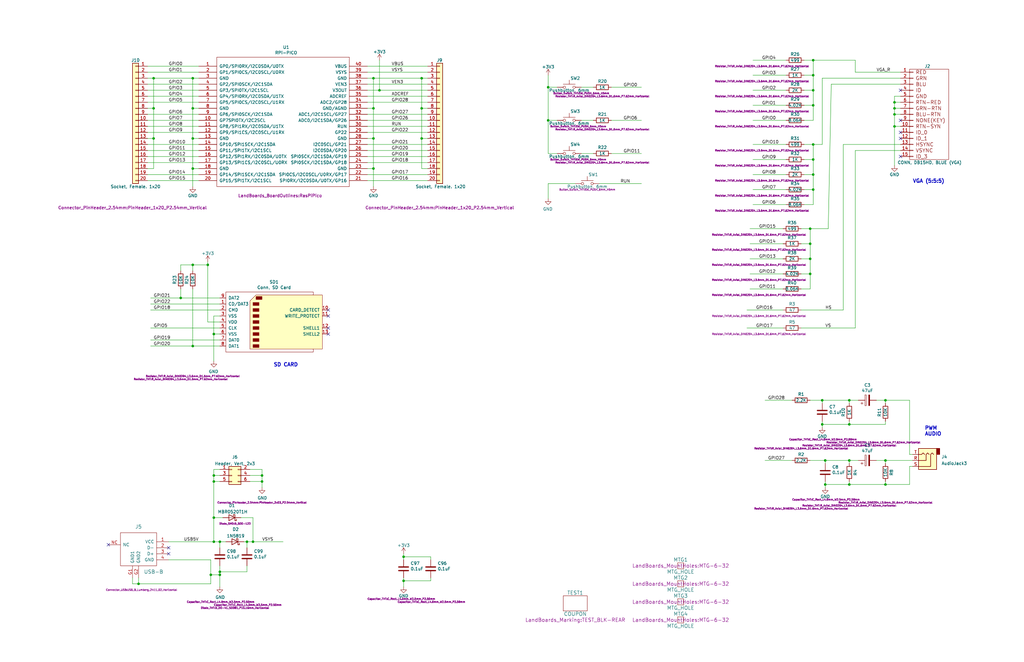
<source format=kicad_sch>
(kicad_sch (version 20211123) (generator eeschema)
  (paper "B")
  (title_block (title "PiPico_SDK") (date "2022-06-09") (rev "1") (company "land-boards.com"))
  (junction (at 81.28 111.76))
  (junction (at 64.77 58.42))
  (junction (at 76.2 125.73))
  (junction (at 92.71 241.3))
  (junction (at 346.71 168.91))
  (junction (at 342.9 67.31))
  (junction (at 347.98 194.31))
  (junction (at 342.9 38.1))
  (junction (at 358.14 194.31))
  (junction (at 81.28 58.42))
  (junction (at 81.28 146.05))
  (junction (at 92.71 228.6))
  (junction (at 81.28 33.02))
  (junction (at 88.9 242.57))
  (junction (at 341.63 96.52))
  (junction (at 373.38 168.91))
  (junction (at 177.8 45.72))
  (junction (at 342.9 73.66))
  (junction (at 342.9 31.75))
  (junction (at 377.19 45.72))
  (junction (at 106.68 228.6))
  (junction (at 358.14 168.91))
  (junction (at 90.17 140.97))
  (junction (at 358.14 204.47))
  (junction (at 81.28 71.12))
  (junction (at 177.8 58.42))
  (junction (at 157.48 33.02))
  (junction (at 347.98 204.47))
  (junction (at 90.17 218.44))
  (junction (at 160.02 38.1))
  (junction (at 64.77 45.72))
  (junction (at 64.77 33.02))
  (junction (at 157.48 71.12))
  (junction (at 346.71 179.07))
  (junction (at 104.14 228.6))
  (junction (at 377.19 53.34))
  (junction (at 377.19 48.26))
  (junction (at 358.14 179.07))
  (junction (at 341.63 109.22))
  (junction (at 341.63 115.57))
  (junction (at 231.14 36.83))
  (junction (at 373.38 194.31))
  (junction (at 110.49 200.66))
  (junction (at 342.9 44.45))
  (junction (at 231.14 50.8))
  (junction (at 341.63 102.87))
  (junction (at 177.8 33.02))
  (junction (at 81.28 45.72))
  (junction (at 342.9 25.4))
  (junction (at 58.42 246.38))
  (junction (at 90.17 228.6))
  (junction (at 170.18 234.95))
  (junction (at 90.17 200.66))
  (junction (at 110.49 203.2))
  (junction (at 342.9 60.96))
  (junction (at 92.71 242.57))
  (junction (at 90.17 203.2))
  (junction (at 157.48 45.72))
  (junction (at 373.38 204.47))
  (junction (at 377.19 43.18))
  (junction (at 170.18 245.11))
  (junction (at 87.63 111.76))
  (junction (at 342.9 80.01))
  (junction (at 157.48 58.42))
  (no_connect (at 71.12 233.68))
  (no_connect (at 71.12 231.14))
  (no_connect (at 45.72 229.87))
  (no_connect (at 138.43 133.35))
  (no_connect (at 138.43 130.81))
  (no_connect (at 138.43 140.97))
  (no_connect (at 138.43 138.43))
  (no_connect (at 379.73 58.42))
  (no_connect (at 379.73 66.04))
  (no_connect (at 379.73 50.8))
  (no_connect (at 379.73 38.1))
  (no_connect (at 379.73 55.88))
  (wire (pts (xy 90.17 198.12) (xy 92.71 198.12)))
  (wire (pts (xy 76.2 121.92) (xy 76.2 125.73)))
  (wire (pts (xy 90.17 218.44) (xy 90.17 203.2)))
  (wire (pts (xy 83.82 38.1) (xy 62.23 38.1)))
  (wire (pts (xy 83.82 58.42) (xy 81.28 58.42)))
  (wire (pts (xy 81.28 45.72) (xy 81.28 33.02)))
  (wire (pts (xy 342.9 60.96) (xy 342.9 67.31)))
  (wire (pts (xy 104.14 231.14) (xy 104.14 228.6)))
  (wire (pts (xy 81.28 33.02) (xy 83.82 33.02)))
  (wire (pts (xy 358.14 203.2) (xy 358.14 204.47)))
  (wire (pts (xy 90.17 133.35) (xy 90.17 140.97)))
  (wire (pts (xy 180.34 53.34) (xy 154.94 53.34)))
  (wire (pts (xy 87.63 111.76) (xy 81.28 111.76)))
  (wire (pts (xy 342.9 73.66) (xy 342.9 80.01)))
  (wire (pts (xy 369.57 168.91) (xy 373.38 168.91)))
  (wire (pts (xy 341.63 109.22) (xy 341.63 115.57)))
  (wire (pts (xy 331.47 86.36) (xy 317.5 86.36)))
  (wire (pts (xy 231.14 64.77) (xy 234.95 64.77)))
  (wire (pts (xy 83.82 43.18) (xy 62.23 43.18)))
  (wire (pts (xy 90.17 200.66) (xy 90.17 198.12)))
  (wire (pts (xy 63.5 128.27) (xy 92.71 128.27)))
  (wire (pts (xy 87.63 110.49) (xy 87.63 111.76)))
  (wire (pts (xy 331.47 73.66) (xy 317.5 73.66)))
  (wire (pts (xy 104.14 241.3) (xy 104.14 238.76)))
  (wire (pts (xy 373.38 168.91) (xy 383.54 168.91)))
  (wire (pts (xy 339.09 67.31) (xy 342.9 67.31)))
  (wire (pts (xy 63.5 138.43) (xy 92.71 138.43)))
  (wire (pts (xy 154.94 71.12) (xy 157.48 71.12)))
  (wire (pts (xy 245.11 50.8) (xy 250.19 50.8)))
  (wire (pts (xy 170.18 233.68) (xy 170.18 234.95)))
  (wire (pts (xy 257.81 36.83) (xy 270.51 36.83)))
  (wire (pts (xy 177.8 45.72) (xy 177.8 58.42)))
  (wire (pts (xy 180.34 63.5) (xy 154.94 63.5)))
  (wire (pts (xy 383.54 191.77) (xy 383.54 168.91)))
  (wire (pts (xy 377.19 43.18) (xy 377.19 45.72)))
  (wire (pts (xy 110.49 200.66) (xy 110.49 203.2)))
  (wire (pts (xy 252.73 77.47) (xy 270.51 77.47)))
  (wire (pts (xy 105.41 198.12) (xy 110.49 198.12)))
  (wire (pts (xy 170.18 234.95) (xy 181.61 234.95)))
  (wire (pts (xy 110.49 203.2) (xy 110.49 205.74)))
  (wire (pts (xy 341.63 102.87) (xy 341.63 109.22)))
  (wire (pts (xy 346.71 179.07) (xy 346.71 180.34)))
  (wire (pts (xy 180.34 66.04) (xy 154.94 66.04)))
  (wire (pts (xy 154.94 40.64) (xy 180.34 40.64)))
  (wire (pts (xy 58.42 246.38) (xy 88.9 246.38)))
  (wire (pts (xy 373.38 203.2) (xy 373.38 204.47)))
  (wire (pts (xy 339.09 44.45) (xy 342.9 44.45)))
  (wire (pts (xy 83.82 30.48) (xy 62.23 30.48)))
  (wire (pts (xy 358.14 177.8) (xy 358.14 179.07)))
  (wire (pts (xy 92.71 140.97) (xy 90.17 140.97)))
  (wire (pts (xy 154.94 58.42) (xy 157.48 58.42)))
  (wire (pts (xy 76.2 125.73) (xy 92.71 125.73)))
  (wire (pts (xy 83.82 76.2) (xy 62.23 76.2)))
  (wire (pts (xy 64.77 45.72) (xy 64.77 58.42)))
  (wire (pts (xy 314.96 138.43) (xy 330.2 138.43)))
  (wire (pts (xy 231.14 31.75) (xy 231.14 36.83)))
  (wire (pts (xy 64.77 45.72) (xy 62.23 45.72)))
  (wire (pts (xy 384.81 196.85) (xy 383.54 196.85)))
  (wire (pts (xy 330.2 115.57) (xy 316.23 115.57)))
  (wire (pts (xy 358.14 194.31) (xy 361.95 194.31)))
  (wire (pts (xy 231.14 77.47) (xy 231.14 83.82)))
  (wire (pts (xy 83.82 50.8) (xy 62.23 50.8)))
  (wire (pts (xy 349.25 96.52) (xy 341.63 96.52)))
  (wire (pts (xy 337.82 138.43) (xy 360.68 138.43)))
  (wire (pts (xy 377.19 45.72) (xy 377.19 48.26)))
  (wire (pts (xy 90.17 228.6) (xy 92.71 228.6)))
  (wire (pts (xy 346.71 60.96) (xy 342.9 60.96)))
  (wire (pts (xy 177.8 58.42) (xy 177.8 71.12)))
  (wire (pts (xy 83.82 55.88) (xy 62.23 55.88)))
  (wire (pts (xy 330.2 130.81) (xy 314.96 130.81)))
  (wire (pts (xy 360.68 25.4) (xy 360.68 30.48)))
  (wire (pts (xy 245.11 36.83) (xy 250.19 36.83)))
  (wire (pts (xy 92.71 241.3) (xy 104.14 241.3)))
  (wire (pts (xy 81.28 78.74) (xy 81.28 71.12)))
  (wire (pts (xy 64.77 33.02) (xy 81.28 33.02)))
  (wire (pts (xy 346.71 33.02) (xy 346.71 60.96)))
  (wire (pts (xy 177.8 33.02) (xy 180.34 33.02)))
  (wire (pts (xy 358.14 204.47) (xy 373.38 204.47)))
  (wire (pts (xy 379.73 33.02) (xy 346.71 33.02)))
  (wire (pts (xy 81.28 111.76) (xy 81.28 114.3)))
  (wire (pts (xy 88.9 242.57) (xy 92.71 242.57)))
  (wire (pts (xy 55.88 246.38) (xy 58.42 246.38)))
  (wire (pts (xy 71.12 228.6) (xy 90.17 228.6)))
  (wire (pts (xy 58.42 246.38) (xy 58.42 243.84)))
  (wire (pts (xy 157.48 33.02) (xy 177.8 33.02)))
  (wire (pts (xy 83.82 71.12) (xy 81.28 71.12)))
  (wire (pts (xy 71.12 236.22) (xy 88.9 236.22)))
  (wire (pts (xy 92.71 133.35) (xy 90.17 133.35)))
  (wire (pts (xy 231.14 36.83) (xy 231.14 50.8)))
  (wire (pts (xy 358.14 179.07) (xy 373.38 179.07)))
  (wire (pts (xy 322.58 194.31) (xy 334.01 194.31)))
  (wire (pts (xy 346.71 179.07) (xy 358.14 179.07)))
  (wire (pts (xy 105.41 200.66) (xy 110.49 200.66)))
  (wire (pts (xy 373.38 194.31) (xy 384.81 194.31)))
  (wire (pts (xy 257.81 50.8) (xy 270.51 50.8)))
  (wire (pts (xy 339.09 80.01) (xy 342.9 80.01)))
  (wire (pts (xy 331.47 44.45) (xy 317.5 44.45)))
  (wire (pts (xy 331.47 38.1) (xy 317.5 38.1)))
  (wire (pts (xy 373.38 168.91) (xy 373.38 170.18)))
  (wire (pts (xy 160.02 38.1) (xy 180.34 38.1)))
  (wire (pts (xy 83.82 66.04) (xy 62.23 66.04)))
  (wire (pts (xy 377.19 40.64) (xy 377.19 43.18)))
  (wire (pts (xy 373.38 204.47) (xy 383.54 204.47)))
  (wire (pts (xy 92.71 228.6) (xy 95.25 228.6)))
  (wire (pts (xy 322.58 168.91) (xy 334.01 168.91)))
  (wire (pts (xy 104.14 228.6) (xy 106.68 228.6)))
  (wire (pts (xy 377.19 45.72) (xy 379.73 45.72)))
  (wire (pts (xy 83.82 53.34) (xy 62.23 53.34)))
  (wire (pts (xy 377.19 53.34) (xy 379.73 53.34)))
  (wire (pts (xy 83.82 27.94) (xy 62.23 27.94)))
  (wire (pts (xy 106.68 228.6) (xy 119.38 228.6)))
  (wire (pts (xy 355.6 130.81) (xy 355.6 60.96)))
  (wire (pts (xy 106.68 218.44) (xy 101.6 218.44)))
  (wire (pts (xy 379.73 40.64) (xy 377.19 40.64)))
  (wire (pts (xy 180.34 73.66) (xy 154.94 73.66)))
  (wire (pts (xy 330.2 102.87) (xy 316.23 102.87)))
  (wire (pts (xy 160.02 38.1) (xy 160.02 25.4)))
  (wire (pts (xy 331.47 50.8) (xy 317.5 50.8)))
  (wire (pts (xy 177.8 71.12) (xy 180.34 71.12)))
  (wire (pts (xy 157.48 58.42) (xy 157.48 45.72)))
  (wire (pts (xy 245.11 64.77) (xy 250.19 64.77)))
  (wire (pts (xy 90.17 218.44) (xy 93.98 218.44)))
  (wire (pts (xy 257.81 64.77) (xy 270.51 64.77)))
  (wire (pts (xy 88.9 246.38) (xy 88.9 242.57)))
  (wire (pts (xy 170.18 243.84) (xy 170.18 245.11)))
  (wire (pts (xy 337.82 130.81) (xy 355.6 130.81)))
  (wire (pts (xy 337.82 115.57) (xy 341.63 115.57)))
  (wire (pts (xy 342.9 67.31) (xy 342.9 73.66)))
  (wire (pts (xy 347.98 195.58) (xy 347.98 194.31)))
  (wire (pts (xy 373.38 179.07) (xy 373.38 177.8)))
  (wire (pts (xy 180.34 76.2) (xy 154.94 76.2)))
  (wire (pts (xy 181.61 236.22) (xy 181.61 234.95)))
  (wire (pts (xy 83.82 60.96) (xy 62.23 60.96)))
  (wire (pts (xy 383.54 196.85) (xy 383.54 204.47)))
  (wire (pts (xy 76.2 111.76) (xy 76.2 114.3)))
  (wire (pts (xy 180.34 48.26) (xy 154.94 48.26)))
  (wire (pts (xy 231.14 77.47) (xy 242.57 77.47)))
  (wire (pts (xy 92.71 238.76) (xy 92.71 241.3)))
  (wire (pts (xy 342.9 44.45) (xy 342.9 50.8)))
  (wire (pts (xy 337.82 96.52) (xy 341.63 96.52)))
  (wire (pts (xy 83.82 35.56) (xy 62.23 35.56)))
  (wire (pts (xy 360.68 138.43) (xy 360.68 63.5)))
  (wire (pts (xy 342.9 25.4) (xy 342.9 31.75)))
  (wire (pts (xy 347.98 204.47) (xy 347.98 205.74)))
  (wire (pts (xy 358.14 168.91) (xy 361.95 168.91)))
  (wire (pts (xy 157.48 71.12) (xy 157.48 58.42)))
  (wire (pts (xy 81.28 121.92) (xy 81.28 146.05)))
  (wire (pts (xy 341.63 115.57) (xy 341.63 121.92)))
  (wire (pts (xy 339.09 50.8) (xy 342.9 50.8)))
  (wire (pts (xy 377.19 48.26) (xy 377.19 53.34)))
  (wire (pts (xy 87.63 135.89) (xy 92.71 135.89)))
  (wire (pts (xy 154.94 27.94) (xy 180.34 27.94)))
  (wire (pts (xy 234.95 36.83) (xy 231.14 36.83)))
  (wire (pts (xy 157.48 45.72) (xy 157.48 33.02)))
  (wire (pts (xy 170.18 234.95) (xy 170.18 236.22)))
  (wire (pts (xy 90.17 140.97) (xy 90.17 152.4)))
  (wire (pts (xy 154.94 30.48) (xy 180.34 30.48)))
  (wire (pts (xy 180.34 43.18) (xy 154.94 43.18)))
  (wire (pts (xy 170.18 245.11) (xy 170.18 247.65)))
  (wire (pts (xy 350.52 35.56) (xy 349.25 96.52)))
  (wire (pts (xy 342.9 80.01) (xy 342.9 86.36)))
  (wire (pts (xy 180.34 55.88) (xy 154.94 55.88)))
  (wire (pts (xy 81.28 111.76) (xy 76.2 111.76)))
  (wire (pts (xy 331.47 31.75) (xy 317.5 31.75)))
  (wire (pts (xy 180.34 68.58) (xy 154.94 68.58)))
  (wire (pts (xy 341.63 194.31) (xy 347.98 194.31)))
  (wire (pts (xy 63.5 146.05) (xy 81.28 146.05)))
  (wire (pts (xy 377.19 53.34) (xy 377.19 69.85)))
  (wire (pts (xy 62.23 33.02) (xy 64.77 33.02)))
  (wire (pts (xy 347.98 204.47) (xy 358.14 204.47)))
  (wire (pts (xy 154.94 35.56) (xy 180.34 35.56)))
  (wire (pts (xy 341.63 168.91) (xy 346.71 168.91)))
  (wire (pts (xy 81.28 146.05) (xy 92.71 146.05)))
  (wire (pts (xy 64.77 58.42) (xy 62.23 58.42)))
  (wire (pts (xy 358.14 195.58) (xy 358.14 194.31)))
  (wire (pts (xy 83.82 40.64) (xy 62.23 40.64)))
  (wire (pts (xy 90.17 203.2) (xy 92.71 203.2)))
  (wire (pts (xy 154.94 45.72) (xy 157.48 45.72)))
  (wire (pts (xy 231.14 50.8) (xy 231.14 64.77)))
  (wire (pts (xy 63.5 125.73) (xy 76.2 125.73)))
  (wire (pts (xy 231.14 50.8) (xy 234.95 50.8)))
  (wire (pts (xy 337.82 102.87) (xy 341.63 102.87)))
  (wire (pts (xy 81.28 58.42) (xy 81.28 45.72)))
  (wire (pts (xy 83.82 63.5) (xy 62.23 63.5)))
  (wire (pts (xy 154.94 38.1) (xy 160.02 38.1)))
  (wire (pts (xy 157.48 33.02) (xy 154.94 33.02)))
  (wire (pts (xy 346.71 170.18) (xy 346.71 168.91)))
  (wire (pts (xy 83.82 48.26) (xy 62.23 48.26)))
  (wire (pts (xy 346.71 168.91) (xy 358.14 168.91)))
  (wire (pts (xy 330.2 121.92) (xy 316.23 121.92)))
  (wire (pts (xy 330.2 109.22) (xy 316.23 109.22)))
  (wire (pts (xy 384.81 191.77) (xy 383.54 191.77)))
  (wire (pts (xy 337.82 121.92) (xy 341.63 121.92)))
  (wire (pts (xy 88.9 236.22) (xy 88.9 242.57)))
  (wire (pts (xy 330.2 96.52) (xy 316.23 96.52)))
  (wire (pts (xy 331.47 25.4) (xy 317.5 25.4)))
  (wire (pts (xy 346.71 177.8) (xy 346.71 179.07)))
  (wire (pts (xy 358.14 168.91) (xy 358.14 170.18)))
  (wire (pts (xy 360.68 30.48) (xy 379.73 30.48)))
  (wire (pts (xy 83.82 45.72) (xy 81.28 45.72)))
  (wire (pts (xy 339.09 31.75) (xy 342.9 31.75)))
  (wire (pts (xy 83.82 68.58) (xy 62.23 68.58)))
  (wire (pts (xy 63.5 130.81) (xy 92.71 130.81)))
  (wire (pts (xy 181.61 243.84) (xy 181.61 245.11)))
  (wire (pts (xy 87.63 111.76) (xy 87.63 135.89)))
  (wire (pts (xy 177.8 58.42) (xy 180.34 58.42)))
  (wire (pts (xy 369.57 194.31) (xy 373.38 194.31)))
  (wire (pts (xy 377.19 43.18) (xy 379.73 43.18)))
  (wire (pts (xy 64.77 71.12) (xy 62.23 71.12)))
  (wire (pts (xy 102.87 228.6) (xy 104.14 228.6)))
  (wire (pts (xy 373.38 194.31) (xy 373.38 195.58)))
  (wire (pts (xy 180.34 60.96) (xy 154.94 60.96)))
  (wire (pts (xy 339.09 86.36) (xy 342.9 86.36)))
  (wire (pts (xy 347.98 203.2) (xy 347.98 204.47)))
  (wire (pts (xy 342.9 25.4) (xy 360.68 25.4)))
  (wire (pts (xy 90.17 203.2) (xy 90.17 200.66)))
  (wire (pts (xy 157.48 78.74) (xy 157.48 71.12)))
  (wire (pts (xy 339.09 60.96) (xy 342.9 60.96)))
  (wire (pts (xy 339.09 38.1) (xy 342.9 38.1)))
  (wire (pts (xy 331.47 60.96) (xy 317.5 60.96)))
  (wire (pts (xy 337.82 109.22) (xy 341.63 109.22)))
  (wire (pts (xy 63.5 143.51) (xy 92.71 143.51)))
  (wire (pts (xy 92.71 241.3) (xy 92.71 242.57)))
  (wire (pts (xy 55.88 243.84) (xy 55.88 246.38)))
  (wire (pts (xy 342.9 38.1) (xy 342.9 44.45)))
  (wire (pts (xy 360.68 63.5) (xy 379.73 63.5)))
  (wire (pts (xy 90.17 200.66) (xy 92.71 200.66)))
  (wire (pts (xy 92.71 242.57) (xy 92.71 247.65)))
  (wire (pts (xy 92.71 228.6) (xy 92.71 231.14)))
  (wire (pts (xy 170.18 245.11) (xy 181.61 245.11)))
  (wire (pts (xy 81.28 71.12) (xy 81.28 58.42)))
  (wire (pts (xy 177.8 45.72) (xy 180.34 45.72)))
  (wire (pts (xy 180.34 50.8) (xy 154.94 50.8)))
  (wire (pts (xy 64.77 58.42) (xy 64.77 71.12)))
  (wire (pts (xy 339.09 25.4) (xy 342.9 25.4)))
  (wire (pts (xy 379.73 35.56) (xy 350.52 35.56)))
  (wire (pts (xy 355.6 60.96) (xy 379.73 60.96)))
  (wire (pts (xy 90.17 228.6) (xy 90.17 218.44)))
  (wire (pts (xy 83.82 73.66) (xy 62.23 73.66)))
  (wire (pts (xy 377.19 48.26) (xy 379.73 48.26)))
  (wire (pts (xy 110.49 198.12) (xy 110.49 200.66)))
  (wire (pts (xy 105.41 203.2) (xy 110.49 203.2)))
  (wire (pts (xy 177.8 33.02) (xy 177.8 45.72)))
  (wire (pts (xy 341.63 96.52) (xy 341.63 102.87)))
  (wire (pts (xy 339.09 73.66) (xy 342.9 73.66)))
  (wire (pts (xy 64.77 33.02) (xy 64.77 45.72)))
  (wire (pts (xy 106.68 228.6) (xy 106.68 218.44)))
  (wire (pts (xy 331.47 80.01) (xy 317.5 80.01)))
  (wire (pts (xy 347.98 194.31) (xy 358.14 194.31)))
  (wire (pts (xy 331.47 67.31) (xy 317.5 67.31)))
  (wire (pts (xy 342.9 31.75) (xy 342.9 38.1)))
  (text "PWM\nAUDIO" (at 389.89 184.15 0) (effects (font (size 1.524 1.524) (thickness 0.3048) bold) (justify left bottom)))
  (text "VGA (5:5:5)" (at 384.81 77.47 0) (effects (font (size 1.524 1.524) (thickness 0.3048) bold) (justify left bottom)))
  (text "SD CARD" (at 125.73 154.94 180) (effects (font (size 1.524 1.524) (thickness 0.3048) bold) (justify right bottom)))
  (label "GPIO18" (at 165.1 68.58 0))
  (label "GPIO4" (at 71.12 40.64 0))
  (label "RUN" (at 165.1 53.34 0))
  (label "GPIO0" (at 262.89 36.83 0))
  (label "GPIO14" (at 320.04 102.87 0))
  (label "GPIO0" (at 71.12 27.94 0))
  (label "GPIO10" (at 71.12 60.96 0))
  (label "GPIO7" (at 71.12 50.8 0))
  (label "GPIO6" (at 262.89 50.8 0))
  (label "GPIO27" (at 165.1 48.26 0))
  (label "GPIO3" (at 71.12 38.1 0))
  (label "GPIO6" (at 321.31 86.36 0))
  (label "GPIO10" (at 321.31 60.96 0))
  (label "VSYS" (at 110.49 228.6 0))
  (label "GPIO9" (at 321.31 67.31 0))
  (label "VBUS" (at 165.1 27.94 0))
  (label "USB5V" (at 77.47 228.6 0))
  (label "GPIO20" (at 165.1 63.5 0))
  (label "GPIO28" (at 323.85 168.91 0))
  (label "GPIO0" (at 321.31 50.8 0))
  (label "GPIO22" (at 64.77 128.27 0))
  (label "GPIO16" (at 165.1 76.2 0))
  (label "GPIO2" (at 71.12 35.56 0))
  (label "VS" (at 347.98 138.43 0))
  (label "GPIO11" (at 262.89 64.77 0))
  (label "GPIO12" (at 320.04 115.57 0))
  (label "GPIO15" (at 71.12 76.2 0))
  (label "GPIO19" (at 64.77 143.51 0))
  (label "GPIO3" (at 321.31 31.75 0))
  (label "VGA_R" (at 369.57 30.48 0))
  (label "ADCREF" (at 165.1 40.64 0))
  (label "GPIO11" (at 320.04 121.92 0))
  (label "GPIO1" (at 71.12 30.48 0))
  (label "GPIO16" (at 318.77 130.81 0))
  (label "GPIO17" (at 318.77 138.43 0))
  (label "GPIO17" (at 165.1 73.66 0))
  (label "GPIO27" (at 323.85 194.31 0))
  (label "GPIO19" (at 165.1 66.04 0))
  (label "GPIO15" (at 320.04 96.52 0))
  (label "GPIO12" (at 71.12 66.04 0))
  (label "GPIO28" (at 165.1 43.18 0))
  (label "GPIO20" (at 64.77 146.05 0))
  (label "GPIO5" (at 71.12 43.18 0))
  (label "RUN" (at 261.62 77.47 0))
  (label "GPIO21" (at 64.77 125.73 0))
  (label "HS" (at 347.98 130.81 0))
  (label "GPIO21" (at 165.1 60.96 0))
  (label "GPIO11" (at 71.12 63.5 0))
  (label "GPIO2" (at 321.31 38.1 0))
  (label "GPIO5" (at 64.77 138.43 0))
  (label "GPIO14" (at 71.12 73.66 0))
  (label "GPIO13" (at 320.04 109.22 0))
  (label "GPIO8" (at 71.12 53.34 0))
  (label "GPIO18" (at 64.77 130.81 0))
  (label "GPIO1" (at 321.31 44.45 0))
  (label "GPIO4" (at 321.31 25.4 0))
  (label "GPIO13" (at 71.12 68.58 0))
  (label "GPIO7" (at 321.31 80.01 0))
  (label "GPIO9" (at 71.12 55.88 0))
  (label "GPIO6" (at 71.12 48.26 0))
  (label "VSYS" (at 165.1 30.48 0))
  (label "GPIO8" (at 321.31 73.66 0))
  (label "VEN3" (at 165.1 35.56 0))
  (label "GPIO22" (at 165.1 55.88 0))
  (label "GPIO26" (at 165.1 50.8 0))
  (symbol (lib_id "LandBoards:MTG_HOLE") (at 287.02 254 0) (unit 1)
    (property "Reference" "MTG3" (at 287.02 251.46 0) (effects (font (size 1.524 1.524))))
    (property "Value" "MTG_HOLE" (at 287.02 256.54 0) (effects (font (size 1.524 1.524))))
    (property "Footprint" "LandBoards_MountHoles:MTG-6-32" (at 287.02 254 0) (effects (font (size 1.524 1.524))))
  )
  (symbol (lib_id "LandBoards:MTG_HOLE") (at 287.02 246.38 0) (unit 1)
    (property "Reference" "MTG2" (at 287.02 243.84 0) (effects (font (size 1.524 1.524))))
    (property "Value" "MTG_HOLE" (at 287.02 248.92 0) (effects (font (size 1.524 1.524))))
    (property "Footprint" "LandBoards_MountHoles:MTG-6-32" (at 287.02 246.38 0) (effects (font (size 1.524 1.524))))
  )
  (symbol (lib_id "LandBoards:MTG_HOLE") (at 287.02 261.62 0) (unit 1)
    (property "Reference" "MTG4" (at 287.02 259.08 0) (effects (font (size 1.524 1.524))))
    (property "Value" "MTG_HOLE" (at 287.02 264.16 0) (effects (font (size 1.524 1.524))))
    (property "Footprint" "LandBoards_MountHoles:MTG-6-32" (at 287.02 261.62 0) (effects (font (size 1.524 1.524))))
  )
  (symbol (lib_id "LandBoards:MTG_HOLE") (at 287.02 238.76 0) (unit 1)
    (property "Reference" "MTG1" (at 287.02 236.22 0) (effects (font (size 1.524 1.524))))
    (property "Value" "MTG_HOLE" (at 287.02 241.3 0) (effects (font (size 1.524 1.524))))
    (property "Footprint" "LandBoards_MountHoles:MTG-6-32" (at 287.02 238.76 0) (effects (font (size 1.524 1.524))))
  )
  (symbol (lib_id "LandBoards:COUPON") (at 242.57 257.81 0) (unit 1)
    (property "Reference" "TEST1" (at 242.57 250.19 0) (effects (font (size 1.524 1.524))))
    (property "Value" "COUPON" (at 242.57 259.08 0) (effects (font (size 1.524 1.524))))
    (property "Footprint" "LandBoards_Marking:TEST_BLK-REAR" (at 242.57 261.62 0) (effects (font (size 1.524 1.524))))
  )
  (symbol (lib_id "power:GND") (at 81.28 78.74 0) (unit 1)
    (property "Reference" "#PWR04" (effects hide))
    (property "Value" "GND" (at 81.28 82.55 0))
  )
  (symbol (lib_id "Device:C") (at 170.18 240.03 0) (unit 1)
    (property "Reference" "C97" (at 173.101 237.7186 0) (effects (justify left)))
    (property "Value" "0.1uF" (at 173.101 240.03 0) (effects (justify left)))
    (property "Footprint" "Capacitor_THT:C_Rect_L4.0mm_W2.5mm_P2.50mm" (at 154.94 252.73 0) (effects (font (size 0.762 0.762)) (justify left)))
    (property "Datasheet" "https://www.mouser.com/ProductDetail/KEMET/C315C104M5U5TA7303?qs=LRwtGMyvRhhtzW9z3Tp7qQ%3D%3D" (effects hide))
  )
  (symbol (lib_id "Device:C") (at 181.61 240.03 0) (unit 1)
    (property "Reference" "C96" (at 184.531 237.7186 0) (effects (justify left)))
    (property "Value" "0.1uF" (at 184.531 240.03 0) (effects (justify left)))
    (property "Footprint" "Capacitor_THT:C_Rect_L4.0mm_W2.5mm_P2.50mm" (at 167.64 254 0) (effects (font (size 0.762 0.762)) (justify left)))
    (property "Datasheet" "https://www.mouser.com/ProductDetail/KEMET/C315C104M5U5TA7303?qs=LRwtGMyvRhhtzW9z3Tp7qQ%3D%3D" (effects hide))
  )
  (symbol (lib_id "power:GND") (at 157.48 78.74 0) (unit 1)
    (property "Reference" "#PWR09" (effects hide))
    (property "Value" "GND" (at 157.48 82.55 0))
  )
  (symbol (lib_id "power:GND") (at 170.18 247.65 0) (unit 1)
    (property "Reference" "#PWR07" (effects hide))
    (property "Value" "GND" (at 170.18 251.46 0))
  )
  (symbol (lib_id "power:+3.3V") (at 170.18 233.68 0) (unit 1)
    (property "Reference" "#PWR06" (effects hide))
    (property "Value" "+3.3V" (at 170.18 230.124 0))
  )
  (symbol (lib_id "LandBoards_Conns:VGA") (at 391.16 48.26 0) (unit 1)
    (property "Reference" "J2" (at 389.89 27.94 0) (effects (justify left)))
    (property "Value" "CONN, DB15HD, BLUE (VGA)" (at 378.46 68.58 0) (effects (justify left)))
    (property "Footprint" "LandBoards_Conns:DB_15F-VGA-fixed" (effects hide))
    (property "Datasheet" "https://www.mouser.com/datasheet/2/123/English_634_Ordering_Guide-1830723.pdf" (effects hide))
  )
  (symbol (lib_id "Device:R") (at 335.28 25.4 270) (unit 1)
    (property "Reference" "R26" (at 335.28 22.86 90))
    (property "Value" "499" (at 335.28 25.4 90))
    (property "Footprint" "Resistor_THT:R_Axial_DIN0204_L3.6mm_D1.6mm_P7.62mm_Horizontal" (at 321.31 27.94 90) (effects (font (size 0.762 0.762))))
    (property "Datasheet" "https://www.digikey.com/en/products/detail/vishay-dale/RN55D4990FB14/3193826" (effects hide))
  )
  (symbol (lib_id "power:GND") (at 377.19 69.85 0) (unit 1)
    (property "Reference" "#PWR019" (effects hide))
    (property "Value" "GND" (at 377.19 73.66 0))
  )
  (symbol (lib_id "Device:R") (at 337.82 194.31 270) (unit 1)
    (property "Reference" "R2" (at 337.82 191.77 90))
    (property "Value" "2.2K" (at 337.82 194.31 90))
    (property "Footprint" "Resistor_THT:R_Axial_DIN0204_L3.6mm_D1.6mm_P7.62mm_Horizontal" (at 337.82 214.63 90) (effects (font (size 0.762 0.762))))
    (property "Datasheet" "https://www.mouser.com/ProductDetail/Xicon/299-2.2K-RC?qs=QaPBMFBEHz3RDbXknTj%252ByA%3D%3D" (effects hide))
  )
  (symbol (lib_id "Device:C") (at 347.98 199.39 0) (unit 1)
    (property "Reference" "C8" (at 350.901 197.0786 0) (effects (justify left)))
    (property "Value" "0.1uF" (at 350.901 199.39 0) (effects (justify left)))
    (property "Footprint" "Capacitor_THT:C_Rect_L4.0mm_W2.5mm_P2.50mm" (at 334.01 210.82 0) (effects (font (size 0.762 0.762)) (justify left)))
    (property "Datasheet" "https://www.mouser.com/ProductDetail/KEMET/C315C104M5U5TA7303?qs=LRwtGMyvRhhtzW9z3Tp7qQ%3D%3D" (effects hide))
  )
  (symbol (lib_id "power:GND") (at 347.98 205.74 0) (unit 1)
    (property "Reference" "#PWR018" (effects hide))
    (property "Value" "GND" (at 347.98 209.55 0))
  )
  (symbol (lib_id "Device:C_Polarized") (at 365.76 194.31 90) (unit 1)
    (property "Reference" "C5" (at 365.76 187.9092 90))
    (property "Value" "47uF" (at 365.76 190.2206 90))
    (property "Footprint" "Capacitor_THT:CP_Radial_D5.0mm_P2.50mm" (effects hide))
    (property "Datasheet" "https://www.mouser.com/ProductDetail/140-REA470M1CBK0511P" (effects hide))
  )
  (symbol (lib_id "PiPico-01-rescue:SD_Card-Connector-ESP32-VGA-rescue") (at 115.57 135.89 0) (unit 1)
    (property "Reference" "SD1" (at 115.57 118.999 0))
    (property "Value" "Conn, SD Card" (at 115.57 121.3104 0))
    (property "Footprint" "LandBoards_Conns:SD_CARD" (effects hide))
    (property "Datasheet" "https://cdn.amphenol-cs.com/media/wysiwyg/files/drawing/gmc02008xhr.pdf" (effects hide))
  )
  (symbol (lib_id "power:GND") (at 90.17 152.4 0) (mirror y) (unit 1)
    (property "Reference" "#PWR01" (effects hide))
    (property "Value" "GND" (at 90.043 156.7942 0))
  )
  (symbol (lib_id "power:+3.3V") (at 160.02 25.4 0) (unit 1)
    (property "Reference" "#PWR010" (effects hide))
    (property "Value" "+3.3V" (at 160.02 21.844 0))
  )
  (symbol (lib_id "power:+3.3V") (at 87.63 110.49 0) (mirror y) (unit 1)
    (property "Reference" "#PWR03" (effects hide))
    (property "Value" "+3.3V" (at 87.63 106.934 0))
  )
  (symbol (lib_id "power:GND") (at 92.71 247.65 0) (unit 1)
    (property "Reference" "#PWR02" (effects hide))
    (property "Value" "GND" (at 92.837 252.0442 0))
  )
  (symbol (lib_id "Device:C") (at 92.71 234.95 0) (unit 1)
    (property "Reference" "C98" (at 95.631 232.6386 0) (effects (justify left)))
    (property "Value" "0.1uF" (at 95.631 234.95 0) (effects (justify left)))
    (property "Footprint" "Capacitor_THT:C_Rect_L4.0mm_W2.5mm_P2.50mm" (at 78.74 254 0) (effects (font (size 0.762 0.762)) (justify left)))
    (property "Datasheet" "https://www.mouser.com/ProductDetail/KEMET/C315C104M5U5TA7303?qs=LRwtGMyvRhhtzW9z3Tp7qQ%3D%3D" (effects hide))
  )
  (symbol (lib_id "Device:C") (at 104.14 234.95 0) (unit 1)
    (property "Reference" "C99" (at 107.061 232.6386 0) (effects (justify left)))
    (property "Value" "0.1uF" (at 107.061 234.95 0) (effects (justify left)))
    (property "Footprint" "Capacitor_THT:C_Rect_L4.0mm_W2.5mm_P2.50mm" (at 90.17 255.27 0) (effects (font (size 0.762 0.762)) (justify left)))
    (property "Datasheet" "https://www.mouser.com/ProductDetail/KEMET/C315C104M5U5TA7303?qs=LRwtGMyvRhhtzW9z3Tp7qQ%3D%3D" (effects hide))
  )
  (symbol (lib_id "LandBoards_Semis:RPi-PICO") (at 120.65 49.53 0) (unit 1)
    (property "Reference" "U1" (at 120.65 19.939 0))
    (property "Value" "RPi-PICO" (at 120.65 22.2504 0))
    (property "Footprint" "LandBoards_BoardOutlines:RasPiPico" (at 118.11 82.55 0))
    (property "Datasheet" "https://www.adafruit.com/product/4864" (effects hide))
  )
  (symbol (lib_id "LandBoards_Conns:USB-B") (at 59.69 242.57 0) (unit 1)
    (property "Reference" "J5" (at 58.42 222.25 0) (effects (font (size 1.524 1.524))))
    (property "Value" "USB-B" (at 64.77 241.3 0) (effects (font (size 1.524 1.524))))
    (property "Footprint" "Connector_USB:USB_B_Lumberg_2411_02_Horizontal" (at 59.69 248.92 0) (effects (font (size 0.762 0.762))))
    (property "Datasheet" "https://www.mouser.com/datasheet/2/670/uj2_bh_th-1779177.pdf" (effects hide))
  )
  (symbol (lib_id "Device:R") (at 334.01 121.92 270) (unit 1)
    (property "Reference" "R40" (at 334.01 119.38 90))
    (property "Value" "8.06K" (at 334.01 121.92 90))
    (property "Footprint" "Resistor_THT:R_Axial_DIN0204_L3.6mm_D1.6mm_P7.62mm_Horizontal" (at 320.04 124.46 90) (effects (font (size 0.762 0.762))))
  )
  (symbol (lib_id "Device:R") (at 334.01 130.81 270) (unit 1)
    (property "Reference" "R3" (at 334.01 128.27 90))
    (property "Value" "47" (at 334.01 130.81 90))
    (property "Footprint" "Resistor_THT:R_Axial_DIN0204_L3.6mm_D1.6mm_P7.62mm_Horizontal" (at 320.04 133.35 90) (effects (font (size 0.762 0.762))))
    (property "Datasheet" "https://www.mouser.com/ProductDetail/Ohmite/OJ4705E-R52?qs=AkUtuiJmyfnsNaojPyuOog%3D%3D" (effects hide))
  )
  (symbol (lib_id "Device:R") (at 76.2 118.11 0) (unit 1)
    (property "Reference" "R23" (at 73.66 118.11 90))
    (property "Value" "10K" (at 76.2 118.11 90))
    (property "Footprint" "Resistor_THT:R_Axial_DIN0204_L3.6mm_D1.6mm_P7.62mm_Horizontal" (at 76.2 160.02 0) (effects (font (size 0.762 0.762))))
    (property "Datasheet" "https://www.digikey.com/en/products/detail/stackpole-electronics-inc/CF18JT10K0/1741566" (effects hide))
  )
  (symbol (lib_id "Device:D_Schottky") (at 99.06 228.6 180) (unit 1)
    (property "Reference" "D2" (at 99.3775 223.3635 0))
    (property "Value" "1N5819" (at 99.3775 226.1386 0))
    (property "Footprint" "Diode_THT:D_DO-41_SOD81_P10.16mm_Horizontal" (at 99.06 256.54 0) (effects (font (size 0.762 0.762))))
    (property "Datasheet" "https://www.mouser.com/ProductDetail/Rectron/1N5819-T?qs=w4rXzN23dC3jxJaDspMQbA%3D%3D" (effects hide))
  )
  (symbol (lib_id "Device:R") (at 335.28 86.36 270) (unit 1)
    (property "Reference" "R35" (at 335.28 83.82 90))
    (property "Value" "8.06K" (at 335.28 86.36 90))
    (property "Footprint" "Resistor_THT:R_Axial_DIN0204_L3.6mm_D1.6mm_P7.62mm_Horizontal" (at 321.31 88.9 90) (effects (font (size 0.762 0.762))))
  )
  (symbol (lib_id "power:GND") (at 231.14 83.82 0) (mirror y) (unit 1)
    (property "Reference" "#PWR0101" (effects hide))
    (property "Value" "GND" (at 231.013 88.2142 0))
  )
  (symbol (lib_id "Device:R") (at 334.01 138.43 270) (unit 1)
    (property "Reference" "R5" (at 334.01 135.89 90))
    (property "Value" "47" (at 334.01 138.43 90))
    (property "Footprint" "Resistor_THT:R_Axial_DIN0204_L3.6mm_D1.6mm_P7.62mm_Horizontal" (at 320.04 140.97 90) (effects (font (size 0.762 0.762))))
    (property "Datasheet" "https://www.mouser.com/ProductDetail/Ohmite/OJ4705E-R52?qs=AkUtuiJmyfnsNaojPyuOog%3D%3D" (effects hide))
  )
  (symbol (lib_id "Device:R") (at 335.28 80.01 270) (unit 1)
    (property "Reference" "R34" (at 335.28 77.47 90))
    (property "Value" "4.02K" (at 335.28 80.01 90))
    (property "Footprint" "Resistor_THT:R_Axial_DIN0204_L3.6mm_D1.6mm_P7.62mm_Horizontal" (at 321.31 82.55 90) (effects (font (size 0.762 0.762))))
  )
  (symbol (lib_id "Device:R") (at 358.14 199.39 180) (unit 1)
    (property "Reference" "R4" (at 360.68 199.39 90))
    (property "Value" "1K" (at 358.14 199.39 90))
    (property "Footprint" "Resistor_THT:R_Axial_DIN0204_L3.6mm_D1.6mm_P7.62mm_Horizontal" (at 358.14 213.36 0) (effects (font (size 0.762 0.762))))
    (property "Datasheet" "https://www.mouser.com/ProductDetail/Xicon/299-1K-RC?qs=LFVzBv9lGv703mrPrUE94Q%3D%3D" (effects hide))
  )
  (symbol (lib_id "Switch:SW_Push") (at 240.03 36.83 0) (unit 1)
    (property "Reference" "SW2" (at 242.57 33.02 0))
    (property "Value" "Pushbutton, 6mm" (at 240.03 38.1 0))
    (property "Footprint" "Button_Switch_THT:SW_PUSH_6mm_H5mm" (at 245.11 39.37 0) (effects (font (size 0.762 0.762))))
  )
  (symbol (lib_id "Device:R") (at 81.28 118.11 0) (unit 1)
    (property "Reference" "R24" (at 78.74 118.11 90))
    (property "Value" "10K" (at 81.28 118.11 90))
    (property "Footprint" "Resistor_THT:R_Axial_DIN0204_L3.6mm_D1.6mm_P7.62mm_Horizontal" (at 81.28 158.75 0) (effects (font (size 0.762 0.762))))
    (property "Datasheet" "https://www.digikey.com/en/products/detail/stackpole-electronics-inc/CF18JT10K0/1741566" (effects hide))
  )
  (symbol (lib_id "Connector:AudioJack3") (at 389.89 194.31 180) (unit 1)
    (property "Reference" "J4" (at 397.002 192.7665 0) (effects (justify right)))
    (property "Value" "AudioJack3" (at 397.002 195.5416 0) (effects (justify right)))
    (property "Footprint" "LandBoards_Conns:Jack_3.5mm_CUI_SJ1-3523N_Horizontal" (effects hide))
    (property "Datasheet" "https://www.mouser.com/datasheet/2/670/sj1_352xn-1779157.pdf" (effects hide))
  )
  (symbol (lib_id "Switch:SW_Push") (at 247.65 77.47 0) (unit 1)
    (property "Reference" "SW1" (at 250.19 73.66 0))
    (property "Value" "Pushbutton, 6mm" (at 247.65 78.74 0))
    (property "Footprint" "Button_Switch_THT:SW_PUSH_6mm_H5mm" (at 247.65 80.01 0) (effects (font (size 0.762 0.762))))
  )
  (symbol (lib_id "Device:R") (at 335.28 50.8 270) (unit 1)
    (property "Reference" "R30" (at 335.28 48.26 90))
    (property "Value" "8.06K" (at 335.28 50.8 90))
    (property "Footprint" "Resistor_THT:R_Axial_DIN0204_L3.6mm_D1.6mm_P7.62mm_Horizontal" (at 321.31 53.34 90) (effects (font (size 0.762 0.762))))
  )
  (symbol (lib_id "Device:R") (at 335.28 60.96 270) (unit 1)
    (property "Reference" "R31" (at 335.28 58.42 90))
    (property "Value" "499" (at 335.28 60.96 90))
    (property "Footprint" "Resistor_THT:R_Axial_DIN0204_L3.6mm_D1.6mm_P7.62mm_Horizontal" (at 321.31 63.5 90) (effects (font (size 0.762 0.762))))
    (property "Datasheet" "https://www.digikey.com/en/products/detail/vishay-dale/RN55D4990FB14/3193826" (effects hide))
  )
  (symbol (lib_id "Device:R") (at 254 36.83 270) (unit 1)
    (property "Reference" "R20" (at 254 34.29 90))
    (property "Value" "1K" (at 254 36.83 90))
    (property "Footprint" "Resistor_THT:R_Axial_DIN0204_L3.6mm_D1.6mm_P7.62mm_Horizontal" (at 254 40.64 90) (effects (font (size 0.762 0.762))))
    (property "Datasheet" "https://www.mouser.com/ProductDetail/Xicon/299-1K-RC?qs=LFVzBv9lGv703mrPrUE94Q%3D%3D" (effects hide))
  )
  (symbol (lib_id "Device:R") (at 337.82 168.91 270) (unit 1)
    (property "Reference" "R1" (at 337.82 166.37 90))
    (property "Value" "2.2K" (at 337.82 168.91 90))
    (property "Footprint" "Resistor_THT:R_Axial_DIN0204_L3.6mm_D1.6mm_P7.62mm_Horizontal" (at 337.82 189.23 90) (effects (font (size 0.762 0.762))))
    (property "Datasheet" "https://www.mouser.com/ProductDetail/Xicon/299-2.2K-RC?qs=QaPBMFBEHz3RDbXknTj%252ByA%3D%3D" (effects hide))
  )
  (symbol (lib_id "power:GND") (at 346.71 180.34 0) (unit 1)
    (property "Reference" "#PWR017" (effects hide))
    (property "Value" "GND" (at 346.71 184.15 0))
  )
  (symbol (lib_id "Device:R") (at 254 50.8 270) (unit 1)
    (property "Reference" "R21" (at 254 48.26 90))
    (property "Value" "1K" (at 254 50.8 90))
    (property "Footprint" "Resistor_THT:R_Axial_DIN0204_L3.6mm_D1.6mm_P7.62mm_Horizontal" (at 254 54.61 90) (effects (font (size 0.762 0.762))))
    (property "Datasheet" "https://www.mouser.com/ProductDetail/Xicon/299-1K-RC?qs=LFVzBv9lGv703mrPrUE94Q%3D%3D" (effects hide))
  )
  (symbol (lib_id "Device:D_Schottky") (at 97.79 218.44 180) (unit 1)
    (property "Reference" "D1" (at 97.79 213.36 0))
    (property "Value" "MBR0520T1H" (at 98.1075 215.9786 0))
    (property "Footprint" "Diode_SMD:D_SOD-123" (at 99.06 220.98 0) (effects (font (size 0.762 0.762))))
    (property "Datasheet" "https://www.mouser.com/ProductDetail/onsemi/SBR80520LT1G?qs=VZpK7o2ExSQ%252BUJtVfeZ3AQ%3D%3D" (effects hide))
  )
  (symbol (lib_id "Device:C_Polarized") (at 365.76 168.91 90) (unit 1)
    (property "Reference" "C3" (at 365.76 162.5092 90))
    (property "Value" "47uF" (at 365.76 164.8206 90))
    (property "Footprint" "Capacitor_THT:CP_Radial_D5.0mm_P2.50mm" (effects hide))
    (property "Datasheet" "https://www.mouser.com/ProductDetail/140-REA470M1CBK0511P" (effects hide))
  )
  (symbol (lib_id "Switch:SW_Push") (at 240.03 64.77 0) (unit 1)
    (property "Reference" "SW4" (at 242.57 60.96 0))
    (property "Value" "Pushbutton, 6mm" (at 240.03 66.04 0))
    (property "Footprint" "Button_Switch_THT:SW_PUSH_6mm_H5mm" (at 243.84 67.31 0) (effects (font (size 0.762 0.762))))
  )
  (symbol (lib_id "Device:R") (at 373.38 173.99 0) (unit 1)
    (property "Reference" "R11" (at 370.84 173.99 90))
    (property "Value" "10K" (at 373.38 173.99 90))
    (property "Footprint" "Resistor_THT:R_Axial_DIN0204_L3.6mm_D1.6mm_P7.62mm_Horizontal" (at 368.3 186.69 0) (effects (font (size 0.762 0.762))))
    (property "Datasheet" "https://www.digikey.com/en/products/detail/stackpole-electronics-inc/CF18JT10K0/1741566https://www.digikey.com/en/products/detail/stackpole-electronics-inc/CF18JT10K0/1741566" (effects hide))
  )
  (symbol (lib_id "power:+3.3V") (at 231.14 31.75 0) (unit 1)
    (property "Reference" "#PWR0102" (effects hide))
    (property "Value" "+3.3V" (at 231.14 28.194 0))
  )
  (symbol (lib_id "Device:R") (at 334.01 102.87 270) (unit 1)
    (property "Reference" "R37" (at 334.01 100.33 90))
    (property "Value" "1K" (at 334.01 102.87 90))
    (property "Footprint" "Resistor_THT:R_Axial_DIN0204_L3.6mm_D1.6mm_P7.62mm_Horizontal" (at 320.04 105.41 90) (effects (font (size 0.762 0.762))))
    (property "Datasheet" "https://www.mouser.com/ProductDetail/Xicon/299-1K-RC?qs=LFVzBv9lGv703mrPrUE94Q%3D%3D" (effects hide))
  )
  (symbol (lib_id "Device:C") (at 346.71 173.99 0) (unit 1)
    (property "Reference" "C7" (at 349.631 171.6786 0) (effects (justify left)))
    (property "Value" "0.1uF" (at 349.631 173.99 0) (effects (justify left)))
    (property "Footprint" "Capacitor_THT:C_Rect_L4.0mm_W2.5mm_P2.50mm" (at 332.74 185.42 0) (effects (font (size 0.762 0.762)) (justify left)))
    (property "Datasheet" "https://www.mouser.com/ProductDetail/KEMET/C315C104M5U5TA7303?qs=LRwtGMyvRhhtzW9z3Tp7qQ%3D%3D" (effects hide))
  )
  (symbol (lib_id "Connector_Generic:Conn_02x03_Odd_Even") (at 97.79 200.66 0) (unit 1)
    (property "Reference" "J6" (at 99.06 192.8835 0))
    (property "Value" "Header, Vert, 2x3" (at 99.06 195.6586 0))
    (property "Footprint" "Connector_PinHeader_2.54mm:PinHeader_2x03_P2.54mm_Vertical" (at 110.49 212.09 0) (effects (font (size 0.762 0.762))))
  )
  (symbol (lib_id "Device:R") (at 334.01 96.52 270) (unit 1)
    (property "Reference" "R36" (at 334.01 93.98 90))
    (property "Value" "499" (at 334.01 96.52 90))
    (property "Footprint" "Resistor_THT:R_Axial_DIN0204_L3.6mm_D1.6mm_P7.62mm_Horizontal" (at 320.04 99.06 90) (effects (font (size 0.762 0.762))))
    (property "Datasheet" "https://www.digikey.com/en/products/detail/vishay-dale/RN55D4990FB14/3193826" (effects hide))
  )
  (symbol (lib_id "Connector_Generic:Conn_01x20") (at 57.15 50.8 0) (mirror y) (unit 1)
    (property "Reference" "J10" (at 57.15 25.4 0))
    (property "Value" "Socket, Female. 1x20" (at 57.15 78.74 0))
    (property "Footprint" "Connector_PinHeader_2.54mm:PinHeader_1x20_P2.54mm_Vertical" (at 55.88 87.63 0))
  )
  (symbol (lib_id "Connector_Generic:Conn_01x20") (at 185.42 50.8 0) (unit 1)
    (property "Reference" "J9" (at 184.15 25.4 0) (effects (justify left)))
    (property "Value" "Socket, Female. 1x20" (at 175.26 78.74 0) (effects (justify left)))
    (property "Footprint" "Connector_PinHeader_2.54mm:PinHeader_1x20_P2.54mm_Vertical" (at 185.42 87.63 0))
  )
  (symbol (lib_id "Device:R") (at 335.28 44.45 270) (unit 1)
    (property "Reference" "R29" (at 335.28 41.91 90))
    (property "Value" "4.02K" (at 335.28 44.45 90))
    (property "Footprint" "Resistor_THT:R_Axial_DIN0204_L3.6mm_D1.6mm_P7.62mm_Horizontal" (at 321.31 46.99 90) (effects (font (size 0.762 0.762))))
  )
  (symbol (lib_id "Device:R") (at 254 64.77 270) (unit 1)
    (property "Reference" "R22" (at 254 62.23 90))
    (property "Value" "1K" (at 254 64.77 90))
    (property "Footprint" "Resistor_THT:R_Axial_DIN0204_L3.6mm_D1.6mm_P7.62mm_Horizontal" (at 254 68.58 90) (effects (font (size 0.762 0.762))))
    (property "Datasheet" "https://www.mouser.com/ProductDetail/Xicon/299-1K-RC?qs=LFVzBv9lGv703mrPrUE94Q%3D%3D" (effects hide))
  )
  (symbol (lib_id "Switch:SW_Push") (at 240.03 50.8 0) (unit 1)
    (property "Reference" "SW3" (at 242.57 46.99 0))
    (property "Value" "Pushbutton, 6mm" (at 240.03 52.07 0))
    (property "Footprint" "Button_Switch_THT:SW_PUSH_6mm_H5mm" (at 243.84 53.34 0) (effects (font (size 0.762 0.762))))
  )
  (symbol (lib_id "Device:R") (at 335.28 73.66 270) (unit 1)
    (property "Reference" "R33" (at 335.28 71.12 90))
    (property "Value" "2K" (at 335.28 73.66 90))
    (property "Footprint" "Resistor_THT:R_Axial_DIN0204_L3.6mm_D1.6mm_P7.62mm_Horizontal" (at 321.31 76.2 90) (effects (font (size 0.762 0.762))))
    (property "Datasheet" "https://www.mouser.com/ProductDetail/Xicon/299-2K-RC?qs=LARUBeJqYEWnnAboW84Hxg%3D%3D" (effects hide))
  )
  (symbol (lib_id "Device:R") (at 335.28 38.1 270) (unit 1)
    (property "Reference" "R28" (at 335.28 35.56 90))
    (property "Value" "2K" (at 335.28 38.1 90))
    (property "Footprint" "Resistor_THT:R_Axial_DIN0204_L3.6mm_D1.6mm_P7.62mm_Horizontal" (at 321.31 40.64 90) (effects (font (size 0.762 0.762))))
    (property "Datasheet" "https://www.mouser.com/ProductDetail/Xicon/299-2K-RC?qs=LARUBeJqYEWnnAboW84Hxg%3D%3D" (effects hide))
  )
  (symbol (lib_id "Device:R") (at 334.01 115.57 270) (unit 1)
    (property "Reference" "R39" (at 334.01 113.03 90))
    (property "Value" "4.02K" (at 334.01 115.57 90))
    (property "Footprint" "Resistor_THT:R_Axial_DIN0204_L3.6mm_D1.6mm_P7.62mm_Horizontal" (at 320.04 118.11 90) (effects (font (size 0.762 0.762))))
  )
  (symbol (lib_id "Device:R") (at 335.28 67.31 270) (unit 1)
    (property "Reference" "R32" (at 335.28 64.77 90))
    (property "Value" "1K" (at 335.28 67.31 90))
    (property "Footprint" "Resistor_THT:R_Axial_DIN0204_L3.6mm_D1.6mm_P7.62mm_Horizontal" (at 321.31 69.85 90) (effects (font (size 0.762 0.762))))
    (property "Datasheet" "https://www.mouser.com/ProductDetail/Xicon/299-1K-RC?qs=LFVzBv9lGv703mrPrUE94Q%3D%3D" (effects hide))
  )
  (symbol (lib_id "Device:R") (at 335.28 31.75 270) (unit 1)
    (property "Reference" "R27" (at 335.28 29.21 90))
    (property "Value" "1K" (at 335.28 31.75 90))
    (property "Footprint" "Resistor_THT:R_Axial_DIN0204_L3.6mm_D1.6mm_P7.62mm_Horizontal" (at 321.31 34.29 90) (effects (font (size 0.762 0.762))))
    (property "Datasheet" "https://www.mouser.com/ProductDetail/Xicon/299-1K-RC?qs=LFVzBv9lGv703mrPrUE94Q%3D%3D" (effects hide))
  )
  (symbol (lib_id "power:GND") (at 110.49 205.74 0) (unit 1)
    (property "Reference" "#PWR05" (effects hide))
    (property "Value" "GND" (at 110.617 210.1342 0))
  )
  (symbol (lib_id "Device:R") (at 373.38 199.39 180) (unit 1)
    (property "Reference" "R8" (at 375.92 199.39 90))
    (property "Value" "10K" (at 373.38 199.39 90))
    (property "Footprint" "Resistor_THT:R_Axial_DIN0204_L3.6mm_D1.6mm_P7.62mm_Horizontal" (at 373.38 212.09 0) (effects (font (size 0.762 0.762))))
    (property "Datasheet" "https://www.digikey.com/en/products/detail/stackpole-electronics-inc/CF18JT10K0/1741566" (effects hide))
  )
  (symbol (lib_id "Device:R") (at 358.14 173.99 0) (unit 1)
    (property "Reference" "R10" (at 355.6 173.99 90))
    (property "Value" "1K" (at 358.14 173.99 90))
    (property "Footprint" "Resistor_THT:R_Axial_DIN0204_L3.6mm_D1.6mm_P7.62mm_Horizontal" (at 358.14 187.96 0) (effects (font (size 0.762 0.762))))
    (property "Datasheet" "https://www.mouser.com/ProductDetail/Xicon/299-1K-RC?qs=LFVzBv9lGv703mrPrUE94Q%3D%3D" (effects hide))
  )
  (symbol (lib_id "Device:R") (at 334.01 109.22 270) (unit 1)
    (property "Reference" "R38" (at 334.01 106.68 90))
    (property "Value" "2K" (at 334.01 109.22 90))
    (property "Footprint" "Resistor_THT:R_Axial_DIN0204_L3.6mm_D1.6mm_P7.62mm_Horizontal" (at 320.04 111.76 90) (effects (font (size 0.762 0.762))))
    (property "Datasheet" "https://www.mouser.com/ProductDetail/Xicon/299-2K-RC?qs=LARUBeJqYEWnnAboW84Hxg%3D%3D" (effects hide))
  )
)
</source>
